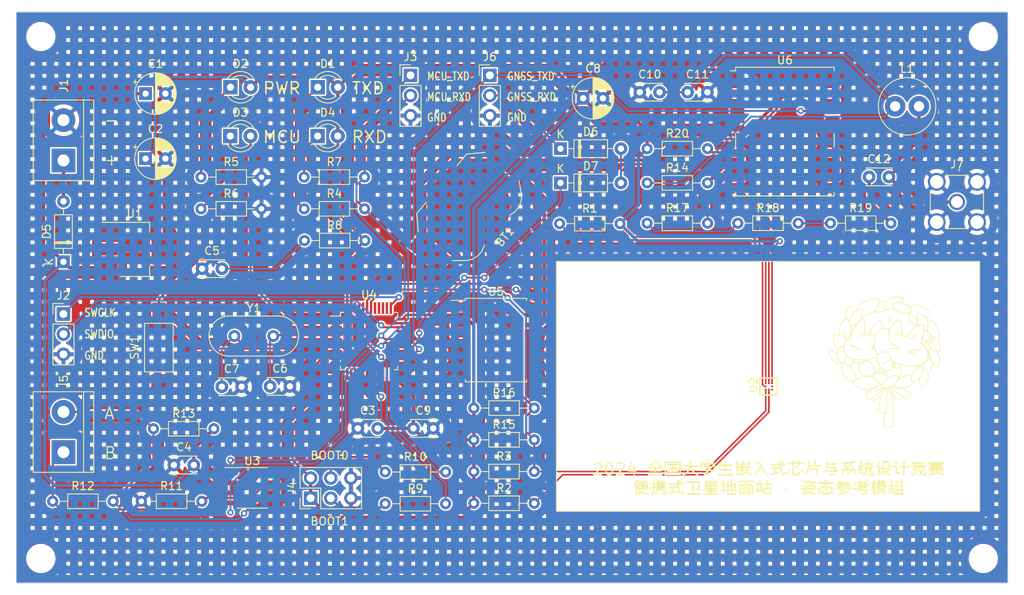
<source format=kicad_pcb>
(kicad_pcb (version 20221018) (generator pcbnew)
  (layers (0 "F.Cu" signal) (31 "B.Cu" signal) (34 "B.Paste" user) (35 "F.Paste" user) (36 "B.SilkS" user "B.Silkscreen") (37 "F.SilkS" user "F.Silkscreen") (38 "B.Mask" user) (39 "F.Mask" user) (44 "Edge.Cuts" user))
  (net 0 "")
  (net 1 "+5V")
  (net 2 "GND")
  (net 3 "+3.3V")
  (net 4 "/MCU_XTAL0")
  (net 5 "Net-(C10-Pad2)")
  (net 6 "/MCU_XTAL1")
  (net 7 "Net-(C12-Pad1)")
  (net 8 "/VBAT")
  (net 9 "Net-(J7-In)")
  (net 10 "Net-(D1-K)")
  (net 11 "Net-(D2-K)")
  (net 12 "Net-(D3-K)")
  (net 13 "Net-(D4-K)")
  (net 14 "/MCU_LED")
  (net 15 "Net-(D7-K)")
  (net 16 "/GNSS_RXD")
  (net 17 "/MCU_SWDIO")
  (net 18 "/MCU_SWCLK")
  (net 19 "/GNSS_TXD")
  (net 21 "Net-(J4-Pin_3)")
  (net 22 "Net-(J4-Pin_4)")
  (net 23 "Net-(J5-Pin_1)")
  (net 24 "/MCU_SCL")
  (net 25 "/MCU_SDA")
  (net 26 "/MCU_TXD")
  (net 27 "/MCU_RXD")
  (net 28 "/MCU_BOOT1")
  (net 29 "/MCU_BOOT0")
  (net 30 "Net-(J5-Pin_2)")
  (net 31 "Net-(U6-VCC_RF)")
  (net 32 "Net-(U6-RF_IN)")
  (net 33 "Net-(U2-RSTN)")
  (net 36 "Net-(U6-~{RESET})")
  (net 76 "Net-(D5-A)")
  (net 77 "Net-(D6-K)")
  (net 79 "Net-(U4-NRST)")
  (net 80 "Net-(R17-Pad1)")
  (net 81 "Net-(R18-Pad2)")
  (footprint "Resistor_THT:R_Axial_DIN0204_L3.6mm_D1.6mm_P7.62mm_Horizontal" (layer "F.Cu") (at 69.596 107.188)
    (fp_text reference "R12")
    (fp_text value "120")
  )
  (footprint "LED_THT:LED_D3.0mm" (layer "F.Cu") (at 102.985 61.15)
    (fp_text reference "D4")
    (fp_text value "LED")
  )
  (footprint "Capacitor_THT:C_Disc_D3.0mm_W2.0mm_P2.50mm" (layer "F.Cu") (at 143.6 55.626)
    (fp_text reference "C10")
    (fp_text value "100pF")
  )
  (footprint "Connector_PinHeader_2.54mm:PinHeader_2x03_P2.54mm_Vertical" (layer "F.Cu") (at 102.108 106.8 90)
    (fp_text reference "J4")
    (fp_text value "Conn_02x03_Odd_Even")
  )
  (footprint "Logo:Cat" (layer "F.Cu") (at 174.49 89.67)
    (fp_text reference "G***" hide)
    (fp_text value "LOGO" hide)
  )
  (footprint "Resistor_THT:R_Axial_DIN0204_L3.6mm_D1.6mm_P7.62mm_Horizontal" (layer "F.Cu") (at 101.29 66.325)
    (fp_text reference "R7")
    (fp_text value "1k")
  )
  (footprint "MountingHole:MountingHole_3.2mm_M3_DIN965" (layer "F.Cu") (at 68.1 48.6)
    (fp_text reference "H1" hide)
    (fp_text value "MountingHole")
  )
  (footprint "Resistor_THT:R_Axial_DIN0204_L3.6mm_D1.6mm_P7.62mm_Horizontal" (layer "F.Cu") (at 122.682 99.442)
    (fp_text reference "R15")
    (fp_text value "4.7k")
  )
  (footprint "Resistor_THT:R_Axial_DIN0204_L3.6mm_D1.6mm_P7.62mm_Horizontal" (layer "F.Cu") (at 122.682 95.442)
    (fp_text reference "R16")
    (fp_text value "4.7k")
  )
  (footprint "Capacitor_THT:C_Disc_D3.0mm_W2.0mm_P2.50mm" (layer "F.Cu") (at 90.91 92.75)
    (fp_text reference "C7")
    (fp_text value "30pF")
  )
  (footprint "Resistor_THT:R_Axial_DIN0204_L3.6mm_D1.6mm_P7.62mm_Horizontal" (layer "F.Cu") (at 111.506 103.5)
    (fp_text reference "R10")
    (fp_text value "10k")
  )
  (footprint "LED_THT:LED_D3.0mm" (layer "F.Cu") (at 103 55)
    (fp_text reference "D1")
    (fp_text value "LED")
  )
  (footprint "Resistor_THT:R_Axial_DIN0204_L3.6mm_D1.6mm_P7.62mm_Horizontal" (layer "F.Cu") (at 144.526 72.136)
    (fp_text reference "R17")
    (fp_text value "0")
  )
  (footprint "RF_GPS:ublox_NEO" (layer "F.Cu") (at 161.894 60.588)
    (fp_text reference "U6")
    (fp_text value "NEO-M8M")
  )
  (footprint "Crystal:Crystal_HC18-U_Vertical" (layer "F.Cu") (at 92.5 86.36)
    (fp_text reference "Y1")
    (fp_text value "8MHz")
  )
  (footprint "Resistor_THT:R_Axial_DIN0204_L3.6mm_D1.6mm_P7.62mm_Horizontal" (layer "F.Cu") (at 88.29 66.325)
    (fp_text reference "R5")
    (fp_text value "1k")
  )
  (footprint "Button_Switch_SMD:SW_SPST_FSMSM" (layer "F.Cu") (at 82.98 87.82 -90)
    (fp_text reference "SW1")
    (fp_text value "SW_Push")
  )
  (footprint "Capacitor_THT:C_Disc_D3.0mm_W2.0mm_P2.50mm" (layer "F.Cu") (at 97 92.71)
    (fp_text reference "C6")
    (fp_text value "30pF")
  )
  (footprint "Resistor_THT:R_Axial_DIN0204_L3.6mm_D1.6mm_P7.62mm_Horizontal" (layer "F.Cu") (at 144.526 62.738)
    (fp_text reference "R20")
    (fp_text value "10k")
  )
  (footprint "LED_THT:LED_D3.0mm" (layer "F.Cu") (at 92 55)
    (fp_text reference "D2")
    (fp_text value "LED")
  )
  (footprint "Resistor_THT:R_Axial_DIN0204_L3.6mm_D1.6mm_P7.62mm_Horizontal" (layer "F.Cu") (at 167.64 72.136)
    (fp_text reference "R19")
    (fp_text value "0")
  )
  (footprint "Resistor_THT:R_Axial_DIN0204_L3.6mm_D1.6mm_P7.62mm_Horizontal" (layer "F.Cu") (at 111.506 107.5)
    (fp_text reference "R9")
    (fp_text value "10k")
  )
  (footprint "LED_THT:LED_D3.0mm" (layer "F.Cu") (at 91.985 61.15)
    (fp_text reference "D3")
    (fp_text value "LED")
  )
  (footprint "MountingHole:MountingHole_3.2mm_M3_DIN965" (layer "F.Cu") (at 68.1 114.4)
    (fp_text reference "H4" hide)
    (fp_text value "MountingHole")
  )
  (footprint "TerminalBlock:TerminalBlock_bornier-2_P5.08mm" (layer "F.Cu") (at 70.95 101 90)
    (fp_text reference "J5")
    (fp_text value "485")
  )
  (footprint "Package_TO_SOT_SMD:SOT-223-3_TabPin2" (layer "F.Cu") (at 79.908 75.438)
    (fp_text reference "U1")
    (fp_text value "AMS1117-3.3")
  )
  (footprint "OpenStation:AK09911C" (layer "F.Cu") (at 159.874 92.71 90)
    (fp_text reference "U2")
    (fp_text value "AK09911C")
  )
  (footprint "Capacitor_THT:CP_Radial_D5.0mm_P2.50mm" (layer "F.Cu") (at 81.3 55.8)
    (fp_text reference "C1")
    (fp_text value "10uF")
  )
  (footprint "Diode_THT:D_DO-35_SOD27_P7.62mm_Horizontal" (layer "F.Cu") (at 133.604 62.738)
    (fp_text reference "D6")
    (fp_text value "1N4148")
  )
  (footprint "Resistor_THT:R_Axial_DIN0204_L3.6mm_D1.6mm_P7.62mm_Horizontal" (layer "F.Cu") (at 101.335 74.325)
    (fp_text reference "R8")
    (fp_text value "10k")
  )
  (footprint "Resistor_THT:R_Axial_DIN0204_L3.6mm_D1.6mm_P7.62mm_Horizontal" (layer "F.Cu") (at 144.526 67.056)
    (fp_text reference "R14")
    (fp_text value "0")
  )
  (footprint "Diode_THT:D_DO-35_SOD27_P7.62mm_Horizontal" (layer "F.Cu") (at 133.604 67.056)
    (fp_text reference "D7")
    (fp_text value "1N4148")
  )
  (footprint "Capacitor_THT:C_Disc_D3.0mm_W2.0mm_P2.50mm" (layer "F.Cu") (at 115.062 98)
    (fp_text reference "C9")
    (fp_text value "0.1uF")
  )
  (footprint "Capacitor_THT:CP_Radial_D5.0mm_P2.50mm" (layer "F.Cu") (at 136.462888 56.388)
    (fp_text reference "C8")
    (fp_text value "10uF")
  )
  (footprint "MountingHole:MountingHole_3.2mm_M3_DIN965" (layer "F.Cu") (at 186.9 48.6)
    (fp_text reference "H2" hide)
    (fp_text value locked "MountingHole")
  )
  (footprint "Resistor_THT:R_Axial_DIN0204_L3.6mm_D1.6mm_P7.62mm_Horizontal" (layer "F.Cu") (at 82.296 98.044)
    (fp_text reference "R13")
    (fp_text value "10k")
  )
  (footprint "Connector_PinHeader_2.54mm:PinHeader_1x03_P2.54mm_Vertical" (layer "F.Cu") (at 70.95 83.581)
    (fp_text reference locked "J2")
    (fp_text value "Conn_01x03")
  )
  (footprint "Capacitor_THT:C_Disc_D3.0mm_W2.0mm_P2.50mm" (layer "F.Cu") (at 88.43 77.87)
    (fp_text reference "C5")
    (fp_text value "0.1uF")
  )
  (footprint "TerminalBlock:TerminalBlock_bornier-2_P5.08mm" (layer "F.Cu") (at 70.95 64.225 90)
    (fp_text reference "J1")
    (fp_text value "POWER")
  )
  (footprint "Resistor_THT:R_Axial_DIN0204_L3.6mm_D1.6mm_P7.62mm_Horizontal" (layer "F.Cu") (at 155.956 72.136)
    (fp_text reference "R18")
    (fp_text value "0")
  )
  (footprint "Resistor_THT:R_Axial_DIN0204_L3.6mm_D1.6mm_P7.62mm_Horizontal" (layer "F.Cu") (at 122.682 107.442)
    (fp_text reference "R2")
    (fp_text value "4.7k")
  )
  (footprint "Resistor_THT:R_Axial_DIN0204_L3.6mm_D1.6mm_P7.62mm_Horizontal" (layer "F.Cu") (at 133.49 72.19)
    (fp_text reference "R1")
    (fp_text value "10k")
  )
  (footprint "Connector_PinHeader_2.54mm:PinHeader_1x03_P2.54mm_Vertical" (layer "F.Cu") (at 124.7 53.5)
    (fp_text reference "J6")
    (fp_text value "Conn_01x03")
  )
  (footprint "Connector_Coaxial:SMA_Amphenol_901-144_Vertical" (layer "F.Cu") (at 183.58 69.46)
    (fp_text reference "J7")
    (fp_text value "SMA")
  )
  (footprint "MountingHole:MountingHole_3.2mm_M3_DIN965" (layer "F.Cu") (at 186.9 114.4)
    (fp_text reference "H3" hide)
    (fp_text value "MountingHole")
  )
  (footprint "Capacitor_THT:C_Disc_D3.0mm_W2.0mm_P2.50mm" (layer "F.Cu") (at 149.626 55.626)
    (fp_text reference "C11")
    (fp_text value "0.1uF")
  )
  (footprint "Resistor_THT:R_Axial_DIN0204_L3.6mm_D1.6mm_P7.62mm_Horizontal" (layer "F.Cu") (at 88.29 70.325)
    (fp_text reference "R6")
    (fp_text value "1k")
  )
  (footprint "Capacitor_THT:C_Disc_D3.0mm_W2.0mm_P2.50mm" (layer "F.Cu") (at 172.506 66.294)
    (fp_text reference "C12")
    (fp_text value "100pF")
  )
  (footprint "Connector_PinHeader_2.54mm:PinHeader_1x03_P2.54mm_Vertical" (layer "F.Cu") (at 114.7 53.5)
    (fp_text reference "J3")
    (fp_text value "Conn_01x03")
  )
  (footprint "Battery:BatteryHolder_LINX_BAT-HLD-012-SMT" (layer "F.Cu") (at 122 70 50)
    (fp_text reference "BT1")
    (fp_text value "3V")
  )
  (footprint "Resistor_THT:R_Axial_DIN0204_L3.6mm_D1.6mm_P7.62mm_Horizontal" (layer "F.Cu") (at 101.29 70.325)
    (fp_text reference "R4")
    (fp_text value "1k")
  )
  (footprint "Capacitor_THT:C_Disc_D3.0mm_W2.0mm_P2.50mm" (layer "F.Cu") (at 108.062 98)
    (fp_text reference "C3")
    (fp_text value "0.1uF")
  )
  (footprint "Resistor_THT:R_Axial_DIN0204_L3.6mm_D1.6mm_P7.62mm_Horizontal" (layer "F.Cu") (at 80.772 107.188)
    (fp_text reference "R11")
    (fp_text value "10k")
  )
  (footprint "Capacitor_THT:CP_Radial_D5.0mm_P2.50mm" (layer "F.Cu") (at 81.3 64)
    (fp_text reference "C2")
    (fp_text value "10uF")
  )
  (footprint "Inductor_THT:L_Radial_D7.0mm_P3.00mm" (layer "F.Cu") (at 175.792 57.404)
    (fp_text reference "L1")
    (fp_text value "20uH")
  )
  (footprint "Capacitor_THT:C_Disc_D3.0mm_W2.0mm_P2.50mm" (layer "F.Cu") (at 84.876 102.616)
    (fp_text reference "C4")
    (fp_text value "0.1uF")
  )
  (footprint "Package_SO:SOIC-16W_7.5x10.3mm_P1.27mm" (layer "F.Cu") (at 125.476 86.868)
    (fp_text reference "U5")
    (fp_text value "DS3231M")
  )
  (footprint "Diode_THT:D_DO-35_SOD27_P7.62mm_Horizontal" (layer "F.Cu") (at 70.95 77 90)
    (fp_text reference "D5")
    (fp_text value "1N4148")
  )
  (footprint "Package_SO:SOP-8_3.9x4.9mm_P1.27mm" (layer "F.Cu") (at 94.742 105.5)
    (fp_text reference locked "U3")
    (fp_text value "MAX13487EESA")
  )
  (footprint "Package_QFP:LQFP-48_7x7mm_P0.5mm" (layer "F.Cu") (at 109.474 87)
    (fp_text reference "U4")
    (fp_text value "STM32F103C8Tx")
  )
  (footprint "Resistor_THT:R_Axial_DIN0204_L3.6mm_D1.6mm_P7.62mm_Horizontal" (layer "F.Cu") (at 122.682 103.442)
    (fp_text reference "R3")
    (fp_text value "4.7k")
  )
  (gr_rect (start 158.75 91.65) (end 160.96 93.8) (stroke (width 0.2)) (fill none) (layer "F.SilkS"))
  (gr_rect (start 133.096 76.962) (end 186.436 108.458) (stroke (width 0.1)) (fill none) (layer "F.SilkS"))
  (gr_rect (start 65 45.5) (end 190 117.5) (stroke (width 0.1)) (fill none) (layer "Edge.Cuts"))
  (gr_text "SWDIO" (at 73.5 86.7) (layer "F.SilkS") (effects (font (size 1 0.8)) (justify left bottom)))
  (gr_text "A" (at 76 97) (layer "F.SilkS") (effects (font (size 1.5 1.5)) (justify left bottom)))
  (gr_text "GND" (at 126.8 59.4) (layer "F.SilkS") (effects (font (size 1 0.8)) (justify left bottom)))
  (gr_text "+" (at 76 65) (layer "F.SilkS") (effects (font (size 1.5 1.5)) (justify left bottom)))
  (gr_text "BOOT0" (at 102 102) (layer "F.SilkS") (effects (font (size 1 1)) (justify left bottom)))
  (gr_text "GND" (at 73.5 89.4) (layer "F.SilkS") (effects (font (size 1 0.8)) (justify left bottom)))
  (gr_text "MCU" (at 95.985 62.15) (layer "F.SilkS") (effects (font (size 1.5 1.5) (thickness 0.1875)) (justify left bottom)))
  (gr_text "GNSS_TXD" (at 126.8 54.2) (layer "F.SilkS") (effects (font (size 1 0.8)) (justify left bottom)))
  (gr_text "GND" (at 116.7 59.4) (layer "F.SilkS") (effects (font (size 1 0.8)) (justify left bottom)))
  (gr_text "MCU_RXD" (at 116.7 56.8) (layer "F.SilkS") (effects (font (size 1 0.8)) (justify left bottom)))
  (gr_text "PWR" (at 96 56) (layer "F.SilkS") (effects (font (size 1.5 1.5) (thickness 0.1875)) (justify left bottom)))
  (gr_text "GNSS_RXD" (at 126.8 56.8) (layer "F.SilkS") (effects (font (size 1 0.8)) (justify left bottom)))
  (gr_text "SWCLK" (at 73.5 84) (layer "F.SilkS") (effects (font (size 1 0.8)) (justify left bottom)))
  (gr_text "-" (at 76 60) (layer "F.SilkS") (effects (font (size 1.5 1.5)) (justify left bottom)))
  (gr_text "BOOT1" (at 102 110.3) (layer "F.SilkS") (effects (font (size 1 1)) (justify left bottom)))
  (gr_text "RXD" (at 107.185 62.15) (layer "F.SilkS") (effects (font (size 1.5 1.5) (thickness 0.1875)) (justify left bottom)))
  (gr_text "2024 全国大学生嵌入式芯片与系统设计竞赛\n便携式卫星地面站 · 姿态参考模组" (at 159.86 106.46) (layer "F.SilkS") (effects (font (size 1.5 1.5) (thickness 0.1875)) (justify bottom)))
  (gr_text "TXD" (at 107.2 56) (layer "F.SilkS") (effects (font (size 1.5 1.5) (thickness 0.1875)) (justify left bottom)))
  (gr_text "B" (at 76 102) (layer "F.SilkS") (effects (font (size 1.5 1.5)) (justify left bottom)))
  (gr_text "MCU_TXD" (at 116.7 54.2) (layer "F.SilkS") (effects (font (size 1 0.8)) (justify left bottom)))
  (segment (start 69.05 75.1) (end 69.05 57.6) (width 0.4) (layer "F.Cu") (net 1))
  (segment (start 69.05 57.6) (end 70.85 55.8) (width 0.4) (layer "F.Cu") (net 1))
  (segment (start 76.758 77.738) (end 71.688 77.738) (width 0.4) (layer "F.Cu") (net 1))
  (segment (start 92.117 104.865) (end 92.117 106.135) (width 0.4) (layer "F.Cu") (net 1))
  (segment (start 87.376 102.616) (end 87.376 100.584) (width 0.4) (layer "F.Cu") (net 1))
  (segment (start 71.688 77.738) (end 70.95 77) (width 0.4) (layer "F.Cu") (net 1))
  (segment (start 89.625 104.865) (end 92.117 104.865) (width 0.4) (layer "F.Cu") (net 1))
  (segment (start 70.85 55.8) (end 81.3 55.8) (width 0.4) (layer "F.Cu") (net 1))
  (segment (start 95.967 103.595) (end 97.367 103.595) (width 0.4) (layer "F.Cu") (net 1))
  (segment (start 87.376 100.584) (end 89.916 98.044) (width 0.4) (layer "F.Cu") (net 1))
  (segment (start 70.95 77) (end 69.05 75.1) (width 0.4) (layer "F.Cu") (net 1))
  (segment (start 87.376 102.616) (end 89.625 104.865) (width 0.4) (layer "F.Cu") (net 1))
  (segment (start 94.697 104.865) (end 95.967 103.595) (width 0.4) (layer "F.Cu") (net 1))
  (segment (start 92.117 104.865) (end 94.697 104.865) (width 0.4) (layer "F.Cu") (net 1))
  (segment (start 68.575 103.925) (end 69.825 105.175) (width 0.4) (layer "B.Cu") (net 1))
  (segment (start 70.95 77) (end 68.575 79.375) (width 0.4) (layer "B.Cu") (net 1))
  (segment (start 69.825 105.175) (end 84.817 105.175) (width 0.4) (layer "B.Cu") (net 1))
  (segment (start 68.575 79.375) (end 68.575 103.925) (width 0.4) (layer "B.Cu") (net 1))
  (segment (start 84.817 105.175) (end 87.376 102.616) (width 0.4) (layer "B.Cu") (net 1))
  (segment (start 159.874 71.568) (end 155.894 67.588) (width 0.2) (layer "F.Cu") (net 2))
  (segment (start 159.874 92.31) (end 159.874 71.568) (width 0.2) (layer "F.Cu") (net 2))
  (segment (start 102.212 90.50888) (end 102.212 95.223654) (width 0.3) (layer "F.Cu") (net 3))
  (segment (start 160.274 92.31) (end 160.274 75.386) (width 0.2) (layer "F.Cu") (net 3))
  (segment (start 157.84 73.86) (end 142.78 73.86) (width 0.2) (layer "F.Cu") (net 3))
  (segment (start 121.524 108.6) (end 122.682 107.442) (width 0.4) (layer "F.Cu") (net 3))
  (segment (start 105.525 70.895) (end 108.955 74.325) (width 0.25) (layer "F.Cu") (net 3))
  (segment (start 102.108 106.8) (end 103.908 108.6) (width 0.4) (layer "F.Cu") (net 3))
  (segment (start 83.058 65.758) (end 81.3 64) (width 0.4) (layer "F.Cu") (net 3))
  (segment (start 106.724 82.8375) (end 106.724 76.556) (width 0.3) (layer "F.Cu") (net 3))
  (segment (start 105.54 55) (end 105.54 61.135) (width 0.4) (layer "F.Cu") (net 3))
  (segment (start 105.3115 83.6645) (end 105.3115 84.25) (width 0.3) (layer "F.Cu") (net 3))
  (segment (start 115.062 98) (end 116.504 99.442) (width 0.4) (layer "F.Cu") (net 3))
  (segment (start 114.1935 83.693) (end 113.6365 84.25) (width 0.3) (layer "F.Cu") (net 3))
  (segment (start 105.3115 88.25) (end 104.47088 88.25) (width 0.3) (layer "F.Cu") (net 3))
  (segment (start 94.54 55) (end 95.84 53.7) (width 0.4) (layer "F.Cu") (net 3))
  (segment (start 106.1385 82.8375) (end 105.3115 83.6645) (width 0.3) (layer "F.Cu") (net 3))
  (segment (start 122.682 107.442) (end 122.682 95.442) (width 0.4) (layer "F.Cu") (net 3))
  (segment (start 106.724 82.8375) (end 106.1385 82.8375) (width 0.3) (layer "F.Cu") (net 3))
  (segment (start 122.682 95.442) (end 122.682 85.012026) (width 0.4) (layer "F.Cu") (net 3))
  (segment (start 102.108 106.8) (end 102.108 104.26) (width 0.4) (layer "F.Cu") (net 3))
  (segment (start 110.562 98) (end 115.062 98) (width 0.4) (layer "F.Cu") (net 3))
  (segment (start 115.062 93.9505) (end 112.274 91.1625) (width 0.4) (layer "F.Cu") (net 3))
  (segment (start 115.062 98) (end 115.062 93.9505) (width 0.4) (layer "F.Cu") (net 3))
  (segment (start 144.526 60.516) (end 144.526 62.738) (width 0.4) (layer "F.Cu") (net 3))
  (segment (start 99.822 97.613654) (end 99.822 101.974) (width 0.3) (layer "F.Cu") (net 3))
  (segment (start 139.014888 58.94) (end 142.95 58.94) (width 0.4) (layer "F.Cu") (net 3))
  (segment (start 99.822 101.974) (end 102.108 104.26) (width 0.3) (layer "F.Cu") (net 3))
  (segment (start 105.525 61.15) (end 105.525 70.895) (width 0.25) (layer "F.Cu") (net 3))
  (segment (start 108.29 52.25) (end 132.324888 52.25) (width 0.4) (layer "F.Cu") (net 3))
  (segment (start 142.95 58.94) (end 144.526 60.516) (width 0.4) (layer "F.Cu") (net 3))
  (segment (start 159.474 92.31) (end 159.474 75.494) (width 0.2) (layer "F.Cu") (net 3))
  (segment (start 158.74807 54.688) (end 156.84807 52.788) (width 0.4) (layer "F.Cu") (net 3))
  (segment (start 103.908 108.6) (end 121.524 108.6) (width 0.4) (layer "F.Cu") (net 3))
  (segment (start 142.78 73.86) (end 141.11 72.19) (width 0.2) (layer "F.Cu") (net 3))
  (segment (start 140.062888 52.788) (end 136.462888 56.388) (width 0.4) (layer "F.Cu") (net 3))
  (segment (start 76.758 75.438) (end 83.058 75.438) (width 0.4) (layer "F.Cu") (net 3))
  (segment (start 136.462888 56.388) (end 139.014888 58.94) (width 0.4) (layer "F.Cu") (net 3))
  (segment (start 104.47088 88.25) (end 102.212 90.50888) (width 0.3) (layer "F.Cu") (net 3))
  (segment (start 83.058 75.438) (end 83.058 65.758) (width 0.4) (layer "F.Cu") (net 3))
  (segment (start 105.54 55) (end 108.29 52.25) (width 0.4) (layer "F.Cu") (net 3))
  (segment (start 159.474 75.494) (end 157.84 73.86) (width 0.2) (layer "F.Cu") (net 3))
  (segment (start 156.84807 52.788) (end 140.062888 52.788) (width 0.4) (layer "F.Cu") (net 3))
  (segment (start 104.24 53.7) (end 105.54 55) (width 0.4) (layer "F.Cu") (net 3))
  (segment (start 106.724 76.556) (end 108.955 74.325) (width 0.3) (layer "F.Cu") (net 3))
  (segment (start 167.894 54.688) (end 158.74807 54.688) (width 0.4) (layer "F.Cu") (net 3))
  (segment (start 132.324888 52.25) (end 136.462888 56.388) (width 0.4) (layer "F.Cu") (net 3))
  (segment (start 122.682 85.012026) (end 121.362974 83.693) (width 0.4) (layer "F.Cu") (net 3))
  (segment (start 95.84 53.7) (end 104.24 53.7) (width 0.4) (layer "F.Cu") (net 3))
  (segment (start 160.274 75.386) (end 161.25 74.41) (width 0.2) (layer "F.Cu") (net 3))
  (segment (start 116.504 99.442) (end 122.682 99.442) (width 0.4) (layer "F.Cu") (net 3))
  (segment (start 102.212 95.223654) (end 99.822 97.613654) (width 0.3) (layer "F.Cu") (net 3))
  (segment (start 120.826 83.693) (end 114.1935 83.693) (width 0.3) (layer "F.Cu") (net 3))
  (via (at 161.25 74.41) (size 0.8) (drill 0.4) (layers "F.Cu" "B.Cu") (net 3))
  (segment (start 144.526 62.738) (end 143.426 63.838) (width 0.4) (layer "B.Cu") (net 3))
  (segment (start 136.462888 56.388) (end 122.682 70.168888) (width 0.4) (layer "B.Cu") (net 3))
  (segment (start 82.5 55.402943) (end 82.5 62.8) (width 0.4) (layer "B.Cu") (net 3))
  (segment (start 84.202943 53.7) (end 82.5 55.402943) (width 0.4) (layer "B.Cu") (net 3))
  (segment (start 143.33 74.41) (end 161.25 74.41) (width 0.4) (layer "B.Cu") (net 3))
  (segment (start 93.24 53.7) (end 84.202943 53.7) (width 0.4) (layer "B.Cu") (net 3))
  (segment (start 143.426 69.874) (end 141.11 72.19) (width 0.4) (layer "B.Cu") (net 3))
  (segment (start 122.682 70.168888) (end 122.682 95.442) (width 0.4) (layer "B.Cu") (net 3))
  (segment (start 143.426 63.838) (end 143.426 69.874) (width 0.4) (layer "B.Cu") (net 3))
  (segment (start 82.5 62.8) (end 81.3 64) (width 0.4) (layer "B.Cu") (net 3))
  (segment (start 94.54 55) (end 93.24 53.7) (width 0.4) (layer "B.Cu") (net 3))
  (segment (start 141.11 72.19) (end 143.33 74.41) (width 0.4) (layer "B.Cu") (net 3))
  (segment (start 97.51 86.25) (end 105.3115 86.25) (width 0.25) (layer "F.Cu") (net 4))
  (segment (start 97 92.71) (end 97 86.76) (width 0.25) (layer "B.Cu") (net 4))
  (segment (start 146.1 55.626) (end 149.626 55.626) (width 0.25) (layer "F.Cu") (net 5))
  (segment (start 149.277569 67.056) (end 157.628569 58.705) (width 0.25) (layer "B.Cu") (net 5))
  (segment (start 144.526 67.056) (end 149.277569 67.056) (width 0.25) (layer "B.Cu") (net 5))
  (segment (start 174.491 58.705) (end 175.792 57.404) (width 0.25) (layer "B.Cu") (net 5))
  (segment (start 169.348 50.96) (end 154.292 50.96) (width 0.4) (layer "B.Cu") (net 5))
  (segment (start 175.792 57.404) (end 169.348 50.96) (width 0.4) (layer "B.Cu") (net 5))
  (segment (start 157.628569 58.705) (end 174.491 58.705) (width 0.25) (layer "B.Cu") (net 5))
  (segment (start 154.292 50.96) (end 149.626 55.626) (width 0.4) (layer "B.Cu") (net 5))
  (segment (start 98.579 87.435) (end 99.264 86.75) (width 0.25) (layer "F.Cu") (net 6))
  (segment (start 92.5 86.36) (end 93.575 87.435) (width 0.25) (layer "F.Cu") (net 6))
  (segment (start 93.575 87.435) (end 98.579 87.435) (width 0.25) (layer "F.Cu") (net 6))
  (segment (start 99.264 86.75) (end 105.3115 86.75) (width 0.25) (layer "F.Cu") (net 6))
  (segment (start 90.91 87.95) (end 90.91 92.75) (width 0.25) (layer "B.Cu") (net 6))
  (segment (start 92.5 86.36) (end 90.91 87.95) (width 0.25) (layer "B.Cu") (net 6))
  (segment (start 172.506 69.382) (end 175.26 72.136) (width 0.4) (layer "F.Cu") (net 7))
  (segment (start 172.506 66.294) (end 172.506 69.382) (width 0.4) (layer "F.Cu") (net 7))
  (segment (start 131.150999 84.963) (end 131.551 84.562999) (width 0.4) (layer "F.Cu") (net 8))
  (segment (start 126.885186 64.178062) (end 144.641573 64.178062) (width 0.4) (layer "F.Cu") (net 8))
  (segment (start 130.126 84.963) (end 131.150999 84.963) (width 0.4) (layer "F.Cu") (net 8))
  (segment (start 156.84807 60.988) (end 162.04807 55.788) (width 0.4) (layer "F.Cu") (net 8))
  (segment (start 116.5 67.721825) (end 116.5 75.207124) (width 0.4) (layer "F.Cu") (net 8))
  (segment (start 144.641573 64.178062) (end 147.831635 60.988) (width 0.4) (layer "F.Cu") (net 8))
  (segment (start 162.04807 55.788) (end 167.894 55.788) (width 0.4) (layer "F.Cu") (net 8))
  (segment (start 126.885186 64.178062) (end 120.043763 64.178062) (width 0.4) (layer "F.Cu") (net 8))
  (segment (start 120.043763 64.178062) (end 116.5 67.721825) (width 0.4) (layer "F.Cu") (net 8))
  (segment (start 131.551 68.843876) (end 126.885186 64.178062) (width 0.4) (layer "F.Cu") (net 8))
  (segment (start 147.831635 60.988) (end 156.84807 60.988) (width 0.4) (layer "F.Cu") (net 8))
  (segment (start 131.551 84.562999) (end 131.551 68.843876) (width 0.4) (layer "F.Cu") (net 8))
  (segment (start 178.792 62.508) (end 175.006 66.294) (width 0.4) (layer "F.Cu") (net 9))
  (segment (start 178.792 57.404) (end 178.792 62.508) (width 0.4) (layer "F.Cu") (net 9))
  (segment (start 178.172 69.46) (end 183.58 69.46) (width 0.4) (layer "F.Cu") (net 9))
  (segment (start 175.006 66.294) (end 178.172 69.46) (width 0.4) (layer "F.Cu") (net 9))
  (segment (start 103 55) (end 100.265 57.735) (width 0.25) (layer "F.Cu") (net 10))
  (segment (start 100.265 69.3) (end 101.29 70.325) (width 0.25) (layer "F.Cu") (net 10))
  (segment (start 100.265 57.735) (end 100.265 69.3) (width 0.25) (layer "F.Cu") (net 10))
  (segment (start 88.29 66.325) (end 88.29 58.71) (width 0.25) (layer "F.Cu") (net 11))
  (segment (start 88.29 58.71) (end 92 55) (width 0.25) (layer "F.Cu") (net 11))
  (segment (start 88.29 70.325) (end 91.985 66.63) (width 0.25) (layer "F.Cu") (net 12))
  (segment (start 91.985 66.63) (end 91.985 61.15) (width 0.25) (layer "F.Cu") (net 12))
  (segment (start 101.29 62.845) (end 102.985 61.15) (width 0.25) (layer "F.Cu") (net 13))
  (segment (start 101.29 66.325) (end 101.29 62.845) (width 0.25) (layer "F.Cu") (net 13))
  (segment (start 94.525 79.790208) (end 94.525 61.15) (width 0.25) (layer "F.Cu") (net 14))
  (segment (start 105.3115 84.75) (end 99.484792 84.75) (width 0.25) (layer "F.Cu") (net 14))
  (segment (start 99.484792 84.75) (end 94.525 79.790208) (width 0.25) (layer "F.Cu") (net 14))
  (segment (start 124 79) (end 121.5 79) (width 0.25) (layer "F.Cu") (net 15))
  (segment (start 114.441764 88.25) (end 113.6365 88.25) (width 0.25) (layer "F.Cu") (net 15))
  (segment (start 115.8 86) (end 115.8 86.891764) (width 0.25) (layer "F.Cu") (net 15))
  (segment (start 115.8 86.891764) (end 114.441764 88.25) (width 0.25) (layer "F.Cu") (net 15))
  (via (at 115.8 86) (size 0.8) (drill 0.4) (layers "F.Cu" "B.Cu") (net 15))
  (via (at 121.5 79) (size 0.8) (drill 0.4) (layers "F.Cu" "B.Cu") (net 15))
  (via (at 124 79) (size 0.8) (drill 0.4) (layers "F.Cu" "B.Cu") (net 15))
  (segment (start 133.604 69.396) (end 133.604 67.056) (width 0.25) (layer "B.Cu") (net 15))
  (segment (start 115.8 84.7) (end 115.8 86) (width 0.25) (layer "B.Cu") (net 15))
  (segment (start 121.5 79) (end 115.8 84.7) (width 0.25) (layer "B.Cu") (net 15))
  (segment (start 124 79) (end 133.604 69.396) (width 0.25) (layer "B.Cu") (net 15))
  (segment (start 144.859035 64.703062) (end 148.049097 61.513) (width 0.25) (layer "F.Cu") (net 16))
  (segment (start 141.224 67.056) (end 141.224 65.649062) (width 0.25) (layer "F.Cu") (net 16))
  (segment (start 141.224 65.649062) (end 142.17 64.703062) (width 0.25) (layer "F.Cu") (net 16))
  (segment (start 161.690532 56.888) (end 167.894 56.888) (width 0.25) (layer "F.Cu") (net 16))
  (segment (start 148.049097 61.513) (end 157.065532 61.513) (width 0.25) (layer "F.Cu") (net 16))
  (segment (start 142.17 64.703062) (end 144.859035 64.703062) (width 0.25) (layer "F.Cu") (net 16))
  (segment (start 157.065532 61.513) (end 161.690532 56.888) (width 0.25) (layer "F.Cu") (net 16))
  (segment (start 141.224 62.738) (end 141.224 67.056) (width 0.25) (layer "B.Cu") (net 16))
  (segment (start 111.25 85.25) (end 111 85) (width 0.25) (layer "F.Cu") (net 17))
  (segment (start 113.6365 85.25) (end 111.25 85.25) (width 0.25) (layer "F.Cu") (net 17))
  (via (at 111 85) (size 0.8) (drill 0.4) (layers "F.Cu" "B.Cu") (net 17))
  (segment (start 70.95 86.121) (end 75.161 81.91) (width 0.25) (layer "B.Cu") (net 17))
  (segment (start 107.91 81.91) (end 111 85) (width 0.25) (layer "B.Cu") (net 17))
  (segment (start 75.161 81.91) (end 107.91 81.91) (width 0.25) (layer "B.Cu") (net 17))
  (segment (start 112.224 82.466) (end 113.23 81.46) (width 0.25) (layer "F.Cu") (net 18))
  (via (at 113.23 81.46) (size 0.8) (drill 0.4) (layers "F.Cu" "B.Cu") (net 18))
  (segment (start 73.071 81.46) (end 70.95 83.581) (width 0.25) (layer "B.Cu") (net 18))
  (segment (start 113.23 81.46) (end 73.071 81.46) (width 0.25) (layer "B.Cu") (net 18))
  (segment (start 163.9 57.98) (end 163.908 57.988) (width 0.25) (layer "F.Cu") (net 19))
  (segment (start 113.6365 88.75) (end 115.05 88.75) (width 0.25) (layer "F.Cu") (net 19))
  (segment (start 163.908 57.988) (end 167.894 57.988) (width 0.25) (layer "F.Cu") (net 19))
  (segment (start 115.05 88.75) (end 115.8 88) (width 0.25) (layer "F.Cu") (net 19))
  (via (at 115.8 88) (size 0.8) (drill 0.4) (layers "F.Cu" "B.Cu") (net 19))
  (via (at 163.9 57.98) (size 0.8) (drill 0.4) (layers "F.Cu" "B.Cu") (net 19))
  (segment (start 115.075 63.125) (end 115.075 87.275) (width 0.25) (layer "B.Cu") (net 19))
  (segment (start 163.9 57.98) (end 142.145879 57.98) (width 0.25) (layer "B.Cu") (net 19))
  (segment (start 124.7 53.5) (end 115.075 63.125) (width 0.25) (layer "B.Cu") (net 19))
  (segment (start 142.145879 57.98) (end 137.665879 53.5) (width 0.25) (layer "B.Cu") (net 19))
  (segment (start 115.075 87.275) (end 115.8 88) (width 0.25) (layer "B.Cu") (net 19))
  (segment (start 137.665879 53.5) (end 124.7 53.5) (width 0.25) (layer "B.Cu") (net 19))
  (segment (start 111.031 107.975) (end 111.506 107.5) (width 0.25) (layer "F.Cu") (net 21))
  (segment (start 104.648 106.8) (end 105.823 107.975) (width 0.25) (layer "F.Cu") (net 21))
  (segment (start 105.823 107.975) (end 111.031 107.975) (width 0.25) (layer "F.Cu") (net 21))
  (segment (start 105.41 101.6) (end 109.606 101.6) (width 0.25) (layer "F.Cu") (net 22))
  (segment (start 104.648 102.362) (end 105.41 101.6) (width 0.25) (layer "F.Cu") (net 22))
  (segment (start 104.648 104.26) (end 104.648 102.362) (width 0.25) (layer "F.Cu") (net 22))
  (segment (start 109.606 101.6) (end 111.506 103.5) (width 0.25) (layer "F.Cu") (net 22))
  (segment (start 88.82 106.76) (end 88.392 107.188) (width 0.25) (layer "F.Cu") (net 23))
  (segment (start 70.621 108.213) (end 69.596 107.188) (width 0.25) (layer "F.Cu") (net 23))
  (segment (start 69.596 107.188) (end 69.596 102.354) (width 0.25) (layer "F.Cu") (net 23))
  (segment (start 96.542001 104.865) (end 94.647001 106.76) (width 0.25) (layer "F.Cu") (net 23))
  (segment (start 87.367 108.213) (end 70.621 108.213) (width 0.25) (layer "F.Cu") (net 23))
  (segment (start 88.392 107.188) (end 87.367 108.213) (width 0.25) (layer "F.Cu") (net 23))
  (segment (start 94.647001 106.76) (end 88.82 106.76) (width 0.25) (layer "F.Cu") (net 23))
  (segment (start 97.367 104.865) (end 96.542001 104.865) (width 0.25) (layer "F.Cu") (net 23))
  (segment (start 111.256236 80.5) (end 109.724 82.032236) (width 0.25) (layer "F.Cu") (net 24))
  (segment (start 159.874 93.11) (end 159.874 95.956) (width 0.2) (layer "F.Cu") (net 24))
  (segment (start 128.776 85.276) (end 124 80.5) (width 0.25) (layer "F.Cu") (net 24))
  (segment (start 128.203 80.5) (end 128 80.5) (width 0.25) (layer "F.Cu") (net 24))
  (segment (start 151.987999 103.842) (end 133.902 103.842) (width 0.2) (layer "F.Cu") (net 24))
  (segment (start 130.302 95.442) (end 128.776 93.916) (width 0.25) (layer "F.Cu") (net 24))
  (segment (start 130.126 82.423) (end 128.203 80.5) (width 0.25) (layer "F.Cu") (net 24))
  (segment (start 129.277 96.467) (end 130.302 95.442) (width 0.25) (layer "F.Cu") (net 24))
  (segment (start 133.902 103.842) (end 130.302 107.442) (width 0.2) (layer "F.Cu") (net 24))
  (segment (start 128.776 93.916) (end 128.776 85.276) (width 0.25) (layer "F.Cu") (net 24))
  (segment (start 129.277 106.417) (end 129.277 96.467) (width 0.25) (layer "F.Cu") (net 24))
  (segment (start 159.874 95.956) (end 151.987999 103.842) (width 0.2) (layer "F.Cu") (net 24))
  (segment (start 130.302 107.442) (end 129.277 106.417) (width 0.25) (layer "F.Cu") (net 24))
  (segment (start 109.724 82.032236) (end 109.724 82.8375) (width 0.25) (layer "F.Cu") (net 24))
  (segment (start 124 80.5) (end 111.256236 80.5) (width 0.25) (layer "F.Cu") (net 24))
  (via (at 124 80.5) (size 0.8) (drill 0.4) (layers "F.Cu" "B.Cu") (net 24))
  (via (at 128 80.5) (size 0.8) (drill 0.4) (layers "F.Cu" "B.Cu") (net 24))
  (segment (start 124 80.5) (end 128 80.5) (width 0.25) (layer "B.Cu") (net 24))
  (segment (start 111.34484 79.775) (end 109.224 81.89584) (width 0.25) (layer "F.Cu") (net 25))
  (segment (start 109.224 81.89584) (end 109.224 82.8375) (width 0.25) (layer "F.Cu") (net 25))
  (segment (start 129.073 83.693) (end 130.126 83.693) (width 0.25) (layer "F.Cu") (net 25))
  (segment (start 159.474 93.11) (end 159.474 95.790314) (width 0.2) (layer "F.Cu") (net 25))
  (segment (start 125.155 79.775) (end 111.34484 79.775) (width 0.25) (layer "F.Cu") (net 25))
  (segment (start 159.474 95.790314) (end 151.822314 103.442) (width 0.2) (layer "F.Cu") (net 25))
  (segment (start 126.93 81.55) (end 125.155 79.775) (width 0.25) (layer "F.Cu") (net 25))
  (segment (start 126.93 81.55) (end 129.073 83.693) (width 0.25) (layer "F.Cu") (net 25))
  (segment (start 130.302 99.442) (end 130.302 103.442) (width 0.25) (layer "F.Cu") (net 25))
  (segment (start 151.822314 103.442) (end 130.302 103.442) (width 0.2) (layer "F.Cu") (net 25))
  (via (at 126.93 81.55) (size 0.8) (drill 0.4) (layers "F.Cu" "B.Cu") (net 25))
  (segment (start 129.277 98.417) (end 129.277 83.897) (width 0.25) (layer "B.Cu") (net 25))
  (segment (start 130.302 99.442) (end 129.277 98.417) (width 0.25) (layer "B.Cu") (net 25))
  (segment (start 129.277 83.897) (end 126.93 81.55) (width 0.25) (layer "B.Cu") (net 25))
  (segment (start 107.885 69.3) (end 108.91 70.325) (width 0.25) (layer "F.Cu") (net 26))
  (segment (start 107.885 60.315) (end 107.885 69.3) (width 0.25) (layer "F.Cu") (net 26))
  (segment (start 92 108.6) (end 92 107.522) (width 0.25) (layer "F.Cu") (net 26))
  (segment (start 111.35 87.25) (end 111 87.6) (width 0.25) (layer "F.Cu") (net 26))
  (segment (start 114.7 53.5) (end 107.885 60.315) (width 0.25) (layer "F.Cu") (net 26))
  (segment (start 113.6365 87.25) (end 111.35 87.25) (width 0.25) (layer "F.Cu") (net 26))
  (via (at 111 87.6) (size 0.8) (drill 0.4) (layers "F.Cu" "B.Cu") (net 26))
  (via (at 92 108.6) (size 0.8) (drill 0.4) (layers "F.Cu" "B.Cu") (net 26))
  (segment (start 114.405 75.82) (end 108.91 70.325) (width 0.25) (layer "B.Cu") (net 26))
  (segment (start 111 87.6) (end 110.336396 87.6) (width 0.25) (layer "B.Cu") (net 26))
  (segment (start 106.53 91.406396) (end 106.53 98.576396) (width 0.25) (layer "B.Cu") (net 26))
  (segment (start 94.625 102.45) (end 92 105.075) (width 0.25) (layer "B.Cu") (net 26))
  (segment (start 102.656396 102.45) (end 94.625 102.45) (width 0.25) (layer "B.Cu") (net 26))
  (segment (start 114.405 84.195) (end 114.405 75.82) (width 0.25) (layer "B.Cu") (net 26))
  (segment (start 106.53 98.576396) (end 102.656396 102.45) (width 0.25) (layer "B.Cu") (net 26))
  (segment (start 111 87.6) (end 114.405 84.195) (width 0.25) (layer "B.Cu") (net 26))
  (segment (start 110.336396 87.6) (end 106.53 91.406396) (width 0.25) (layer "B.Cu") (net 26))
  (segment (start 92 105.075) (end 92 108.6) (width 0.25) (layer "B.Cu") (net 26))
  (segment (start 108.91 66.325) (end 108.91 61.83) (width 0.25) (layer "F.Cu") (net 27))
  (segment (start 111.45 86.75) (end 111 86.3) (width 0.25) (layer "F.Cu") (net 27))
  (segment (start 92 102) (end 92 103.478) (width 0.25) (layer "F.Cu") (net 27))
  (segment (start 108.91 61.83) (end 114.7 56.04) (width 0.25) (layer "F.Cu") (net 27))
  (segment (start 113.6365 86.75) (end 111.45 86.75) (width 0.25) (layer "F.Cu") (net 27))
  (via (at 92 102) (size 0.8) (drill 0.4) (layers "F.Cu" "B.Cu") (net 27))
  (via (at 111 86.3) (size 0.8) (drill 0.4) (layers "F.Cu" "B.Cu") (net 27))
  (segment (start 107.885 70.749569) (end 107.885 67.35) (width 0.25) (layer "B.Cu") (net 27))
  (segment (start 106.08 91.22) (end 106.08 98.39) (width 0.25) (layer "B.Cu") (net 27))
  (segment (start 111 86.3) (end 106.08 91.22) (width 0.25) (layer "B.Cu") (net 27))
  (segment (start 107.885 67.35) (end 108.91 66.325) (width 0.25) (layer "B.Cu") (net 27))
  (segment (start 102.47 102) (end 92 102) (width 0.25) (layer "B.Cu") (net 27))
  (segment (start 111 86.3) (end 113.955 83.345) (width 0.25) (layer "B.Cu") (net 27))
  (segment (start 113.955 83.345) (end 113.955 76.819569) (width 0.25) (layer "B.Cu") (net 27))
  (segment (start 106.08 98.39) (end 102.47 102) (width 0.25) (layer "B.Cu") (net 27))
  (segment (start 113.955 76.819569) (end 107.885 70.749569) (width 0.25) (layer "B.Cu") (net 27))
  (segment (start 110.224 93.224) (end 111 94) (width 0.25) (layer "F.Cu") (net 28))
  (segment (start 110.224 91.1625) (end 110.224 93.224) (width 0.25) (layer "F.Cu") (net 28))
  (via (at 111 94) (size 0.8) (drill 0.4) (layers "F.Cu" "B.Cu") (net 28))
  (segment (start 111 96.847009) (end 111 94) (width 0.25) (layer "B.Cu") (net 28))
  (segment (start 119.126 107.5) (end 119.126 104.973009) (width 0.25) (layer "B.Cu") (net 28))
  (segment (start 119.126 104.973009) (end 111 96.847009) (width 0.25) (layer "B.Cu") (net 28))
  (segment (start 108.724 86.724) (end 111 89) (width 0.25) (layer "F.Cu") (net 29))
  (segment (start 108.724 82.8375) (end 108.724 86.724) (width 0.25) (layer "F.Cu") (net 29))
  (via (at 111 89) (size 0.8) (drill 0.4) (layers "F.Cu" "B.Cu") (net 29))
  (segment (start 111 89) (end 111.725 89.725) (width 0.25) (layer "B.Cu") (net 29))
  (segment (start 118.289387 103.5) (end 119.126 103.5) (width 0.25) (layer "B.Cu") (net 29))
  (segment (start 111.725 89.725) (end 111.725 96.935613) (width 0.25) (layer "B.Cu") (net 29))
  (segment (start 111.725 96.935613) (end 118.289387 103.5) (width 0.25) (layer "B.Cu") (net 29))
  (segment (start 80.172 95.92) (end 70.95 95.92) (width 0.25) (layer "F.Cu") (net 30))
  (segment (start 82.296 102.108) (end 82.296 98.044) (width 0.25) (layer "F.Cu") (net 30))
  (segment (start 82.296 98.044) (end 80.172 95.92) (width 0.25) (layer "F.Cu") (net 30))
  (segment (start 96.303 106.135) (end 93.726 108.712) (width 0.25) (layer "F.Cu") (net 30))
  (segment (start 77.216 107.188) (end 82.296 102.108) (width 0.25) (layer "F.Cu") (net 30))
  (segment (start 97.367 106.135) (end 96.303 106.135) (width 0.25) (layer "F.Cu") (net 30))
  (via (at 93.726 108.712) (size 0.8) (drill 0.4) (layers "F.Cu" "B.Cu") (net 30))
  (segment (start 93.001 109.437) (end 79.465 109.437) (width 0.25) (layer "B.Cu") (net 30))
  (segment (start 93.726 108.712) (end 93.001 109.437) (width 0.25) (layer "B.Cu") (net 30))
  (segment (start 79.465 109.437) (end 77.216 107.188) (width 0.25) (layer "B.Cu") (net 30))
  (segment (start 155.894 64.288) (end 154.914 64.288) (width 0.4) (layer "F.Cu") (net 31))
  (segment (start 154.914 64.288) (end 152.146 67.056) (width 0.4) (layer "F.Cu") (net 31))
  (segment (start 154.994 66.488) (end 152.146 69.336) (width 0.25) (layer "F.Cu") (net 32))
  (segment (start 155.894 66.488) (end 154.994 66.488) (width 0.25) (layer "F.Cu") (net 32))
  (segment (start 152.146 69.336) (end 152.146 72.136) (width 0.25) (layer "F.Cu") (net 32))
  (segment (start 159.304295 92.71) (end 159.074 92.479705) (width 0.2) (layer "F.Cu") (net 33))
  (segment (start 159.474 92.71) (end 159.304295 92.71) (width 0.2) (layer "F.Cu") (net 33))
  (segment (start 159.074 75.659686) (end 157.674314 74.26) (width 0.2) (layer "F.Cu") (net 33))
  (segment (start 159.074 92.479705) (end 159.074 75.659686) (width 0.2) (layer "F.Cu") (net 33))
  (segment (start 135.56 74.26) (end 133.49 72.19) (width 0.2) (layer "F.Cu") (net 33))
  (segment (start 157.674314 74.26) (end 135.56 74.26) (width 0.2) (layer "F.Cu") (net 33))
  (segment (start 152.596 63.188) (end 152.146 62.738) (width 0.25) (layer "F.Cu") (net 36))
  (segment (start 155.894 63.188) (end 152.596 63.188) (width 0.25) (layer "F.Cu") (net 36))
  (segment (start 70.95 64.225) (end 70.95 69.38) (width 0.4) (layer "F.Cu") (net 76))
  (segment (start 126.906 56.04) (end 133.604 62.738) (width 0.25) (layer "F.Cu") (net 77))
  (segment (start 124.7 56.04) (end 126.906 56.04) (width 0.25) (layer "F.Cu") (net 77))
  (segment (start 99.400396 87.25) (end 98.710396 87.94) (width 0.25) (layer "F.Cu") (net 79))
  (segment (start 98.710396 87.94) (end 87.69 87.94) (width 0.25) (layer "F.Cu") (net 79))
  (segment (start 87.964009 76.745) (end 89.805 76.745) (width 0.25) (layer "F.Cu") (net 79))
  (segment (start 87.69 87.94) (end 82.98 83.23) (width 0.25) (layer "F.Cu") (net 79))
  (segment (start 105.3115 87.25) (end 99.400396 87.25) (width 0.25) (layer "F.Cu") (net 79))
  (segment (start 89.805 76.745) (end 90.93 77.87) (width 0.25) (layer "F.Cu") (net 79))
  (segment (start 82.98 83.23) (end 82.98 81.729009) (width 0.25) (layer "F.Cu") (net 79))
  (segment (start 82.98 81.729009) (end 87.964009 76.745) (width 0.25) (layer "F.Cu") (net 79))
  (segment (start 90.93 77.87) (end 97.79 77.87) (width 0.25) (layer "B.Cu") (net 79))
  (segment (start 97.79 77.87) (end 101.335 74.325) (width 0.25) (layer "B.Cu") (net 79))
  (segment (start 144.526 72.136) (end 145.551 73.161) (width 0.25) (layer "B.Cu") (net 80))
  (segment (start 154.931 73.161) (end 155.956 72.136) (width 0.25) (layer "B.Cu") (net 80))
  (segment (start 145.551 73.161) (end 154.931 73.161) (width 0.25) (layer "B.Cu") (net 80))
  (segment (start 163.576 72.136) (end 167.64 72.136) (width 0.25) (layer "B.Cu") (net 81))
  (zone (net 0) (net_name "") (layers "F&B.Cu") (connect_pads (clearance 0)) (min_thickness 0.25)
    (keepout (tracks allowed) (vias allowed) (pads allowed) (copperpour not_allowed) (footprints allowed))
    (fill (thermal_gap 0.5) (thermal_bridge_width 0.5))
    (polygon (pts (xy 133.096 76.962) (xy 186.436 76.962) (xy 186.436 108.458) (xy 133.096 108.458)))
  )
  (zone (net 2) (net_name "GND") (layers "F&B.Cu") (connect_pads thru_hole_only (clearance 0.1)) (min_thickness 0.3) (fill yes (mode hatch) (thermal_gap 0.5) (thermal_bridge_width 0.5) (hatch_thickness 1) (hatch_gap 0.5) (hatch_orientation 0) (hatch_border_algorithm hatch_thickness) (hatch_min_hole_area 0.3))
    (polygon (pts (xy 63 44) (xy 192 44) (xy 192 119) (xy 63 119)))
  )
)
</source>
